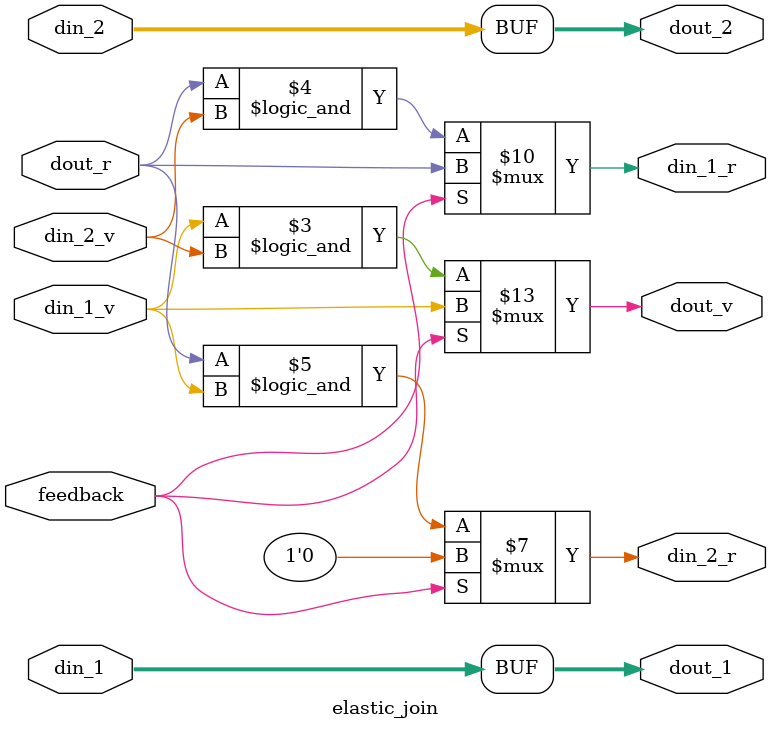
<source format=sv>

module elastic_join
    #(
        parameter int   DATA_WIDTH  = 32
    )
    (
        // Input data
        input  logic [DATA_WIDTH-1:0]   din_1,
        input  logic                    din_1_v,
        output logic                    din_1_r,
        input  logic [DATA_WIDTH-1:0]   din_2,
        input  logic                    din_2_v,
        output logic                    din_2_r,

        // Output data
        output logic [DATA_WIDTH-1:0]   dout_1,
        output logic [DATA_WIDTH-1:0]   dout_2,
        output logic                    dout_v,
        input  logic                    dout_r,

        // Configuration
        input  logic                    feedback
    );

    assign dout_1 = din_1;
    assign dout_2 = din_2;

    always_comb begin
        if (!feedback) begin
            dout_v  = din_1_v && din_2_v;
            din_1_r = dout_r && din_2_v;
            din_2_r = dout_r && din_1_v;
        end else begin
            dout_v  = din_1_v;
            din_1_r = dout_r;
            din_2_r = 1'b0;
        end
    end

endmodule

</source>
